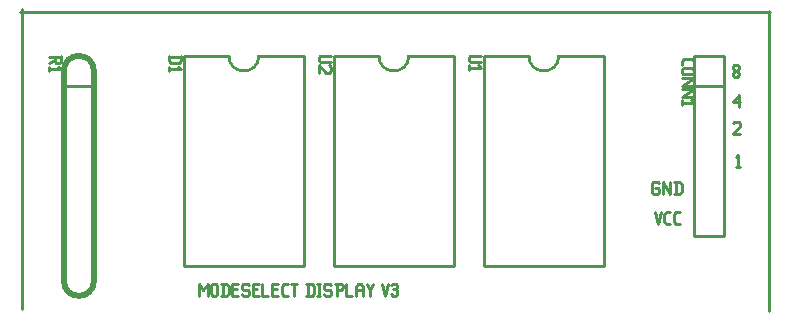
<source format=gbr>
G04 start of page 13 for group -4079 idx -4079 *
G04 Title: (unknown), topsilk *
G04 Creator: pcb 4.2.2 *
G04 CreationDate: Mon Nov 25 01:58:05 2024 UTC *
G04 For: electronics *
G04 Format: Gerber/RS-274X *
G04 PCB-Dimensions (mil): 2500.00 1000.00 *
G04 PCB-Coordinate-Origin: lower left *
%MOIN*%
%FSLAX25Y25*%
%LNTOPSILK*%
%ADD66C,0.0200*%
%ADD65C,0.0100*%
G54D65*X250000Y100000D02*Y0D01*
X967Y505D02*Y100505D01*
X500Y99500D02*X250500D01*
X237957Y78477D02*X238457Y77977D01*
X237957Y79277D02*Y78477D01*
Y79277D02*X238657Y79977D01*
X239257D01*
X239957Y79277D01*
Y78477D01*
X239457Y77977D02*X239957Y78477D01*
X238457Y77977D02*X239457D01*
X237957Y80677D02*X238657Y79977D01*
X237957Y81477D02*Y80677D01*
Y81477D02*X238457Y81977D01*
X239457D01*
X239957Y81477D01*
Y80677D01*
X239257Y79977D02*X239957Y80677D01*
X237957Y69477D02*X239957Y71977D01*
X237957Y69477D02*X240457D01*
X239957Y71977D02*Y67977D01*
X237957Y62477D02*X238457Y62977D01*
X239957D01*
X240457Y62477D01*
Y61477D01*
X237957Y58977D02*X240457Y61477D01*
X237957Y58977D02*X240457D01*
X238957Y51177D02*X239757Y51977D01*
Y47977D01*
X238957D02*X240457D01*
X213000Y43000D02*X213500Y42500D01*
X211500Y43000D02*X213000D01*
X211000Y42500D02*X211500Y43000D01*
X211000Y42500D02*Y39500D01*
X211500Y39000D01*
X213000D01*
X213500Y39500D01*
Y40500D02*Y39500D01*
X213000Y41000D02*X213500Y40500D01*
X212000Y41000D02*X213000D01*
X214700Y43000D02*Y39000D01*
Y43000D02*X217200Y39000D01*
Y43000D02*Y39000D01*
X218900Y43000D02*Y39000D01*
X220200Y43000D02*X220900Y42300D01*
Y39700D01*
X220200Y39000D02*X220900Y39700D01*
X218400Y39000D02*X220200D01*
X218400Y43000D02*X220200D01*
X212000Y33000D02*X213000Y29000D01*
X214000Y33000D01*
X215900Y29000D02*X217200D01*
X215200Y29700D02*X215900Y29000D01*
X215200Y32300D02*Y29700D01*
Y32300D02*X215900Y33000D01*
X217200D01*
X219100Y29000D02*X220400D01*
X218400Y29700D02*X219100Y29000D01*
X218400Y32300D02*Y29700D01*
Y32300D02*X219100Y33000D01*
X220400D01*
X60000Y9000D02*Y5000D01*
Y9000D02*X61500Y7000D01*
X63000Y9000D01*
Y5000D01*
X64200Y8500D02*Y5500D01*
Y8500D02*X64700Y9000D01*
X65700D01*
X66200Y8500D01*
Y5500D01*
X65700Y5000D02*X66200Y5500D01*
X64700Y5000D02*X65700D01*
X64200Y5500D02*X64700Y5000D01*
X67900Y9000D02*Y5000D01*
X69200Y9000D02*X69900Y8300D01*
Y5700D01*
X69200Y5000D02*X69900Y5700D01*
X67400Y5000D02*X69200D01*
X67400Y9000D02*X69200D01*
X71100Y7200D02*X72600D01*
X71100Y5000D02*X73100D01*
X71100Y9000D02*Y5000D01*
Y9000D02*X73100D01*
X76300D02*X76800Y8500D01*
X74800Y9000D02*X76300D01*
X74300Y8500D02*X74800Y9000D01*
X74300Y8500D02*Y7500D01*
X74800Y7000D01*
X76300D01*
X76800Y6500D01*
Y5500D01*
X76300Y5000D02*X76800Y5500D01*
X74800Y5000D02*X76300D01*
X74300Y5500D02*X74800Y5000D01*
X78000Y7200D02*X79500D01*
X78000Y5000D02*X80000D01*
X78000Y9000D02*Y5000D01*
Y9000D02*X80000D01*
X81200D02*Y5000D01*
X83200D01*
X84400Y7200D02*X85900D01*
X84400Y5000D02*X86400D01*
X84400Y9000D02*Y5000D01*
Y9000D02*X86400D01*
X88300Y5000D02*X89600D01*
X87600Y5700D02*X88300Y5000D01*
X87600Y8300D02*Y5700D01*
Y8300D02*X88300Y9000D01*
X89600D01*
X90800D02*X92800D01*
X91800D02*Y5000D01*
X96300Y9000D02*Y5000D01*
X97600Y9000D02*X98300Y8300D01*
Y5700D01*
X97600Y5000D02*X98300Y5700D01*
X95800Y5000D02*X97600D01*
X95800Y9000D02*X97600D01*
X99500D02*X100500D01*
X100000D02*Y5000D01*
X99500D02*X100500D01*
X103700Y9000D02*X104200Y8500D01*
X102200Y9000D02*X103700D01*
X101700Y8500D02*X102200Y9000D01*
X101700Y8500D02*Y7500D01*
X102200Y7000D01*
X103700D01*
X104200Y6500D01*
Y5500D01*
X103700Y5000D02*X104200Y5500D01*
X102200Y5000D02*X103700D01*
X101700Y5500D02*X102200Y5000D01*
X105900Y9000D02*Y5000D01*
X105400Y9000D02*X107400D01*
X107900Y8500D01*
Y7500D01*
X107400Y7000D02*X107900Y7500D01*
X105900Y7000D02*X107400D01*
X109100Y9000D02*Y5000D01*
X111100D01*
X112300Y8000D02*Y5000D01*
Y8000D02*X113000Y9000D01*
X114100D01*
X114800Y8000D01*
Y5000D01*
X112300Y7000D02*X114800D01*
X116000Y9000D02*X117000Y7000D01*
X118000Y9000D01*
X117000Y7000D02*Y5000D01*
X121000Y9000D02*X122000Y5000D01*
X123000Y9000D01*
X124200Y8500D02*X124700Y9000D01*
X125700D01*
X126200Y8500D01*
X125700Y5000D02*X126200Y5500D01*
X124700Y5000D02*X125700D01*
X124200Y5500D02*X124700Y5000D01*
Y7200D02*X125700D01*
X126200Y8500D02*Y7700D01*
Y6700D02*Y5500D01*
Y6700D02*X125700Y7200D01*
X126200Y7700D02*X125700Y7200D01*
G54D66*X15000Y80000D02*Y10000D01*
X25000Y80000D02*Y10000D01*
G54D65*X15000Y75000D02*X25000D01*
G54D66*Y80000D02*G75*G03X15000Y80000I-5000J0D01*G01*
Y10000D02*G75*G03X25000Y10000I5000J0D01*G01*
G54D65*X225000Y85000D02*Y25000D01*
X235000D01*
Y85000D01*
X225000D01*
Y75000D02*X235000D01*
Y85000D01*
X55000D02*Y15000D01*
X95000D01*
Y85000D01*
X55000D02*X70000D01*
X80000D02*X95000D01*
X70000D02*G75*G03X80000Y85000I5000J0D01*G01*
X105000D02*Y15000D01*
X145000D01*
Y85000D01*
X105000D02*X120000D01*
X130000D02*X145000D01*
X120000D02*G75*G03X130000Y85000I5000J0D01*G01*
X155000D02*Y15000D01*
X195000D01*
Y85000D01*
X155000D02*X170000D01*
X180000D02*X195000D01*
X170000D02*G75*G03X180000Y85000I5000J0D01*G01*
X14000D02*Y83000D01*
X13500Y82500D01*
X12500D02*X13500D01*
X12000Y83000D02*X12500Y82500D01*
X12000Y84500D02*Y83000D01*
X10000Y84500D02*X14000D01*
X12000Y83700D02*X10000Y82500D01*
X13200Y81300D02*X14000Y80500D01*
X10000D02*X14000D01*
X10000Y81300D02*Y79800D01*
X50000Y84500D02*X54000D01*
Y83200D02*X53300Y82500D01*
X50700D02*X53300D01*
X50000Y83200D02*X50700Y82500D01*
X50000Y85000D02*Y83200D01*
X54000Y85000D02*Y83200D01*
X53200Y81300D02*X54000Y80500D01*
X50000D02*X54000D01*
X50000Y81300D02*Y79800D01*
X100500Y85000D02*X104000D01*
X100500D02*X100000Y84500D01*
Y83500D01*
X100500Y83000D01*
X104000D01*
X103500Y81800D02*X104000Y81300D01*
Y79800D01*
X103500Y79300D01*
X102500D02*X103500D01*
X100000Y81800D02*X102500Y79300D01*
X100000Y81800D02*Y79300D01*
X150500Y85000D02*X154000D01*
X150500D02*X150000Y84500D01*
Y83500D01*
X150500Y83000D01*
X154000D01*
X153200Y81800D02*X154000Y81000D01*
X150000D02*X154000D01*
X150000Y81800D02*Y80300D01*
X221000Y83300D02*Y82000D01*
X221700Y84000D02*X221000Y83300D01*
X221700Y84000D02*X224300D01*
X225000Y83300D01*
Y82000D01*
X221500Y80800D02*X224500D01*
X225000Y80300D01*
Y79300D01*
X224500Y78800D01*
X221500D02*X224500D01*
X221000Y79300D02*X221500Y78800D01*
X221000Y80300D02*Y79300D01*
X221500Y80800D02*X221000Y80300D01*
Y77600D02*X225000D01*
X221000Y75100D01*
X225000D01*
X221000Y73900D02*X225000D01*
X221000Y71400D01*
X225000D01*
X224200Y70200D02*X225000Y69400D01*
X221000D02*X225000D01*
X221000Y70200D02*Y68700D01*
M02*

</source>
